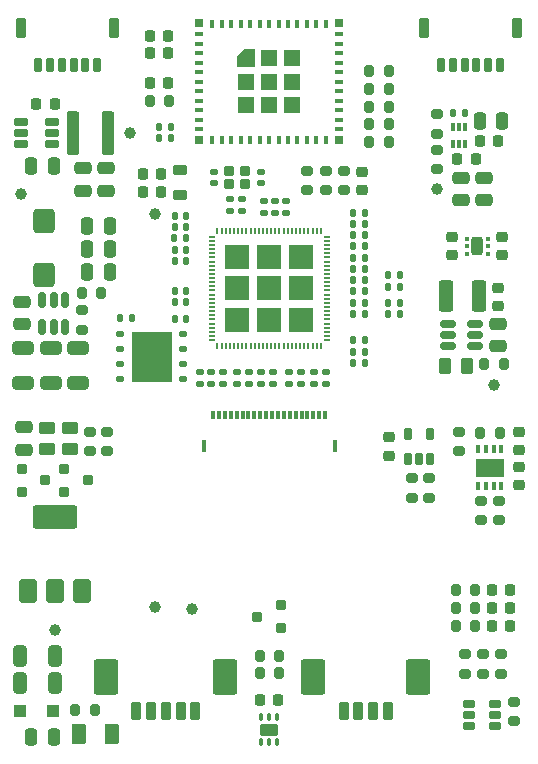
<source format=gbr>
%TF.GenerationSoftware,KiCad,Pcbnew,9.0.6*%
%TF.CreationDate,2026-01-17T11:58:25+01:00*%
%TF.ProjectId,peak,7065616b-2e6b-4696-9361-645f70636258,rev?*%
%TF.SameCoordinates,Original*%
%TF.FileFunction,Soldermask,Top*%
%TF.FilePolarity,Negative*%
%FSLAX46Y46*%
G04 Gerber Fmt 4.6, Leading zero omitted, Abs format (unit mm)*
G04 Created by KiCad (PCBNEW 9.0.6) date 2026-01-17 11:58:25*
%MOMM*%
%LPD*%
G01*
G04 APERTURE LIST*
G04 Aperture macros list*
%AMRoundRect*
0 Rectangle with rounded corners*
0 $1 Rounding radius*
0 $2 $3 $4 $5 $6 $7 $8 $9 X,Y pos of 4 corners*
0 Add a 4 corners polygon primitive as box body*
4,1,4,$2,$3,$4,$5,$6,$7,$8,$9,$2,$3,0*
0 Add four circle primitives for the rounded corners*
1,1,$1+$1,$2,$3*
1,1,$1+$1,$4,$5*
1,1,$1+$1,$6,$7*
1,1,$1+$1,$8,$9*
0 Add four rect primitives between the rounded corners*
20,1,$1+$1,$2,$3,$4,$5,0*
20,1,$1+$1,$4,$5,$6,$7,0*
20,1,$1+$1,$6,$7,$8,$9,0*
20,1,$1+$1,$8,$9,$2,$3,0*%
%AMFreePoly0*
4,1,6,0.725000,-0.725000,-0.725000,-0.725000,-0.725000,0.125000,-0.125000,0.725000,0.725000,0.725000,0.725000,-0.725000,0.725000,-0.725000,$1*%
G04 Aperture macros list end*
%ADD10R,2.100000X2.100000*%
%ADD11O,0.200000X0.650000*%
%ADD12O,0.650000X0.200000*%
%ADD13RoundRect,0.200000X-0.200000X-0.275000X0.200000X-0.275000X0.200000X0.275000X-0.200000X0.275000X0*%
%ADD14RoundRect,0.250000X-0.250000X-0.475000X0.250000X-0.475000X0.250000X0.475000X-0.250000X0.475000X0*%
%ADD15RoundRect,0.225000X-0.225000X-0.250000X0.225000X-0.250000X0.225000X0.250000X-0.225000X0.250000X0*%
%ADD16RoundRect,0.135000X-0.135000X-0.185000X0.135000X-0.185000X0.135000X0.185000X-0.135000X0.185000X0*%
%ADD17RoundRect,0.087500X0.087500X-0.250000X0.087500X0.250000X-0.087500X0.250000X-0.087500X-0.250000X0*%
%ADD18RoundRect,0.135000X0.135000X0.185000X-0.135000X0.185000X-0.135000X-0.185000X0.135000X-0.185000X0*%
%ADD19RoundRect,0.250000X-0.300000X-1.600000X0.300000X-1.600000X0.300000X1.600000X-0.300000X1.600000X0*%
%ADD20RoundRect,0.200000X0.275000X-0.200000X0.275000X0.200000X-0.275000X0.200000X-0.275000X-0.200000X0*%
%ADD21RoundRect,0.135000X0.185000X-0.135000X0.185000X0.135000X-0.185000X0.135000X-0.185000X-0.135000X0*%
%ADD22R,3.400000X4.300000*%
%ADD23RoundRect,0.125000X-0.250000X-0.125000X0.250000X-0.125000X0.250000X0.125000X-0.250000X0.125000X0*%
%ADD24R,0.300000X1.000000*%
%ADD25R,0.300000X0.700000*%
%ADD26RoundRect,0.225000X-0.250000X0.225000X-0.250000X-0.225000X0.250000X-0.225000X0.250000X0.225000X0*%
%ADD27RoundRect,0.250000X0.450000X-0.262500X0.450000X0.262500X-0.450000X0.262500X-0.450000X-0.262500X0*%
%ADD28RoundRect,0.250000X0.650000X-0.750000X0.650000X0.750000X-0.650000X0.750000X-0.650000X-0.750000X0*%
%ADD29C,1.000000*%
%ADD30RoundRect,0.225000X0.225000X0.625000X-0.225000X0.625000X-0.225000X-0.625000X0.225000X-0.625000X0*%
%ADD31RoundRect,0.150000X0.150000X0.475000X-0.150000X0.475000X-0.150000X-0.475000X0.150000X-0.475000X0*%
%ADD32RoundRect,0.140000X-0.140000X-0.170000X0.140000X-0.170000X0.140000X0.170000X-0.140000X0.170000X0*%
%ADD33RoundRect,0.200000X-0.275000X0.200000X-0.275000X-0.200000X0.275000X-0.200000X0.275000X0.200000X0*%
%ADD34RoundRect,0.250000X-0.475000X0.250000X-0.475000X-0.250000X0.475000X-0.250000X0.475000X0.250000X0*%
%ADD35RoundRect,0.140000X0.140000X0.170000X-0.140000X0.170000X-0.140000X-0.170000X0.140000X-0.170000X0*%
%ADD36RoundRect,0.250000X0.325000X0.650000X-0.325000X0.650000X-0.325000X-0.650000X0.325000X-0.650000X0*%
%ADD37RoundRect,0.250000X0.475000X-0.250000X0.475000X0.250000X-0.475000X0.250000X-0.475000X-0.250000X0*%
%ADD38RoundRect,0.162500X-0.367500X-0.162500X0.367500X-0.162500X0.367500X0.162500X-0.367500X0.162500X0*%
%ADD39RoundRect,0.225000X0.225000X0.250000X-0.225000X0.250000X-0.225000X-0.250000X0.225000X-0.250000X0*%
%ADD40RoundRect,0.250000X-0.262500X-0.450000X0.262500X-0.450000X0.262500X0.450000X-0.262500X0.450000X0*%
%ADD41RoundRect,0.200000X-0.250000X-0.200000X0.250000X-0.200000X0.250000X0.200000X-0.250000X0.200000X0*%
%ADD42RoundRect,0.250001X0.799999X1.249999X-0.799999X1.249999X-0.799999X-1.249999X0.799999X-1.249999X0*%
%ADD43RoundRect,0.200000X0.200000X0.600000X-0.200000X0.600000X-0.200000X-0.600000X0.200000X-0.600000X0*%
%ADD44RoundRect,0.162500X0.162500X-0.367500X0.162500X0.367500X-0.162500X0.367500X-0.162500X-0.367500X0*%
%ADD45RoundRect,0.200000X0.200000X0.275000X-0.200000X0.275000X-0.200000X-0.275000X0.200000X-0.275000X0*%
%ADD46RoundRect,0.250000X-0.250000X-0.550000X0.250000X-0.550000X0.250000X0.550000X-0.250000X0.550000X0*%
%ADD47RoundRect,0.093750X-0.093750X-0.106250X0.093750X-0.106250X0.093750X0.106250X-0.093750X0.106250X0*%
%ADD48RoundRect,0.250000X0.375000X0.625000X-0.375000X0.625000X-0.375000X-0.625000X0.375000X-0.625000X0*%
%ADD49RoundRect,0.140000X0.170000X-0.140000X0.170000X0.140000X-0.170000X0.140000X-0.170000X-0.140000X0*%
%ADD50RoundRect,0.250000X-0.375000X-1.075000X0.375000X-1.075000X0.375000X1.075000X-0.375000X1.075000X0*%
%ADD51R,0.700000X0.700000*%
%ADD52R,1.450000X1.450000*%
%ADD53FreePoly0,0.000000*%
%ADD54R,0.400000X0.800000*%
%ADD55R,0.800000X0.400000*%
%ADD56RoundRect,0.140000X-0.170000X0.140000X-0.170000X-0.140000X0.170000X-0.140000X0.170000X0.140000X0*%
%ADD57RoundRect,0.200000X0.250000X0.200000X-0.250000X0.200000X-0.250000X-0.200000X0.250000X-0.200000X0*%
%ADD58RoundRect,0.250000X-0.650000X0.325000X-0.650000X-0.325000X0.650000X-0.325000X0.650000X0.325000X0*%
%ADD59R,2.400000X1.550000*%
%ADD60R,0.350000X0.650000*%
%ADD61RoundRect,0.250000X0.300000X0.300000X-0.300000X0.300000X-0.300000X-0.300000X0.300000X-0.300000X0*%
%ADD62RoundRect,0.218750X-0.381250X0.218750X-0.381250X-0.218750X0.381250X-0.218750X0.381250X0.218750X0*%
%ADD63RoundRect,0.250000X0.250000X0.475000X-0.250000X0.475000X-0.250000X-0.475000X0.250000X-0.475000X0*%
%ADD64RoundRect,0.250000X-0.450000X0.262500X-0.450000X-0.262500X0.450000X-0.262500X0.450000X0.262500X0*%
%ADD65RoundRect,0.162500X-0.447500X-0.162500X0.447500X-0.162500X0.447500X0.162500X-0.447500X0.162500X0*%
%ADD66RoundRect,0.250000X0.500000X-0.750000X0.500000X0.750000X-0.500000X0.750000X-0.500000X-0.750000X0*%
%ADD67RoundRect,0.250000X1.650000X-0.750000X1.650000X0.750000X-1.650000X0.750000X-1.650000X-0.750000X0*%
%ADD68RoundRect,0.225000X0.250000X-0.225000X0.250000X0.225000X-0.250000X0.225000X-0.250000X-0.225000X0*%
%ADD69RoundRect,0.150000X-0.512500X-0.150000X0.512500X-0.150000X0.512500X0.150000X-0.512500X0.150000X0*%
%ADD70RoundRect,0.250000X0.550000X-0.250000X0.550000X0.250000X-0.550000X0.250000X-0.550000X-0.250000X0*%
%ADD71RoundRect,0.087500X0.087500X-0.237500X0.087500X0.237500X-0.087500X0.237500X-0.087500X-0.237500X0*%
%ADD72RoundRect,0.135000X-0.185000X0.135000X-0.185000X-0.135000X0.185000X-0.135000X0.185000X0.135000X0*%
%ADD73RoundRect,0.150000X0.150000X-0.512500X0.150000X0.512500X-0.150000X0.512500X-0.150000X-0.512500X0*%
%ADD74RoundRect,0.218750X-0.218750X-0.256250X0.218750X-0.256250X0.218750X0.256250X-0.218750X0.256250X0*%
G04 APERTURE END LIST*
D10*
%TO.C,U1*%
X211503100Y-93900001D03*
X211503100Y-91200001D03*
X211503100Y-88500001D03*
X208803100Y-93900001D03*
X208803100Y-91200001D03*
X208803100Y-88500001D03*
X206103100Y-93900001D03*
X206103100Y-91200001D03*
X206103100Y-88500001D03*
D11*
X204428100Y-86325001D03*
X204778100Y-86325001D03*
X205128100Y-86325001D03*
X205478100Y-86325001D03*
X205828100Y-86325001D03*
X206178100Y-86325001D03*
X206528100Y-86325001D03*
X206878100Y-86325001D03*
X207228100Y-86325001D03*
X207578100Y-86325001D03*
X207928100Y-86325001D03*
X208278100Y-86325001D03*
X208628100Y-86325001D03*
X208978100Y-86325001D03*
X209328100Y-86325001D03*
X209678100Y-86325001D03*
X210028100Y-86325001D03*
X210378100Y-86325001D03*
X210728100Y-86325001D03*
X211078100Y-86325001D03*
X211428100Y-86325001D03*
X211778100Y-86325001D03*
X212128100Y-86325001D03*
X212478100Y-86325001D03*
X212828100Y-86325001D03*
X213178100Y-86325001D03*
D12*
X213678100Y-86825001D03*
X213678100Y-87175001D03*
X213678100Y-87525001D03*
X213678100Y-87875001D03*
X213678100Y-88225001D03*
X213678100Y-88575001D03*
X213678100Y-88925001D03*
X213678100Y-89275001D03*
X213678100Y-89625001D03*
X213678100Y-89975001D03*
X213678100Y-90325001D03*
X213678100Y-90675001D03*
X213678100Y-91025001D03*
X213678100Y-91375001D03*
X213678100Y-91725001D03*
X213678100Y-92075001D03*
X213678100Y-92425001D03*
X213678100Y-92775001D03*
X213678100Y-93125001D03*
X213678100Y-93475001D03*
X213678100Y-93825001D03*
X213678100Y-94175001D03*
X213678100Y-94525001D03*
X213678100Y-94875001D03*
X213678100Y-95225001D03*
X213678100Y-95575001D03*
D11*
X213178100Y-96075001D03*
X212828100Y-96075001D03*
X212478100Y-96075001D03*
X212128100Y-96075001D03*
X211778100Y-96075001D03*
X211428100Y-96075001D03*
X211078100Y-96075001D03*
X210728100Y-96075001D03*
X210378100Y-96075001D03*
X210028100Y-96075001D03*
X209678100Y-96075001D03*
X209328100Y-96075001D03*
X208978100Y-96075001D03*
X208628100Y-96075001D03*
X208278100Y-96075001D03*
X207928100Y-96075001D03*
X207578100Y-96075001D03*
X207228100Y-96075001D03*
X206878100Y-96075001D03*
X206528100Y-96075001D03*
X206178100Y-96075001D03*
X205828100Y-96075001D03*
X205478100Y-96075001D03*
X205128100Y-96075001D03*
X204778100Y-96075001D03*
X204428100Y-96075001D03*
D12*
X203928100Y-95575001D03*
X203928100Y-95225001D03*
X203928100Y-94875001D03*
X203928100Y-94525001D03*
X203928100Y-94175001D03*
X203928100Y-93825001D03*
X203928100Y-93475001D03*
X203928100Y-93125001D03*
X203928100Y-92775001D03*
X203928100Y-92425001D03*
X203928100Y-92075001D03*
X203928100Y-91725001D03*
X203928100Y-91375001D03*
X203928100Y-91025001D03*
X203928100Y-90675001D03*
X203928100Y-90325001D03*
X203928100Y-89975001D03*
X203928100Y-89625001D03*
X203928100Y-89275001D03*
X203928100Y-88925001D03*
X203928100Y-88575001D03*
X203928100Y-88225001D03*
X203928100Y-87875001D03*
X203928100Y-87525001D03*
X203928100Y-87175001D03*
X203928100Y-86825001D03*
%TD*%
D13*
%TO.C,R605*%
X228343100Y-103440001D03*
X226693100Y-103440001D03*
%TD*%
D14*
%TO.C,C208*%
X190553100Y-80800001D03*
X188653100Y-80800001D03*
%TD*%
D15*
%TO.C,C213*%
X228178100Y-78750001D03*
X226628100Y-78750001D03*
%TD*%
D13*
%TO.C,R703*%
X218928100Y-74300001D03*
X217278100Y-74300001D03*
%TD*%
D16*
%TO.C,R16*%
X219853100Y-93400001D03*
X218833100Y-93400001D03*
%TD*%
D17*
%TO.C,U203*%
X224353100Y-77550001D03*
X224853100Y-77550001D03*
X225353100Y-77550001D03*
X225353100Y-78975001D03*
X224853100Y-78975001D03*
X224353100Y-78975001D03*
%TD*%
D13*
%TO.C,R701*%
X218928100Y-77300001D03*
X217278100Y-77300001D03*
%TD*%
D18*
%TO.C,R3*%
X196143100Y-93700001D03*
X197163100Y-93700001D03*
%TD*%
D19*
%TO.C,L202*%
X195178100Y-78025001D03*
X192178100Y-78025001D03*
%TD*%
D20*
%TO.C,R308*%
X229503100Y-126175001D03*
X229503100Y-127825001D03*
%TD*%
D21*
%TO.C,R7*%
X208103100Y-98280001D03*
X208103100Y-99300001D03*
%TD*%
D22*
%TO.C,U2*%
X198853100Y-96995001D03*
D23*
X201553100Y-95090001D03*
X201553100Y-96360001D03*
X201553100Y-97630001D03*
X201553100Y-98900001D03*
X196153100Y-98900001D03*
X196153100Y-97630001D03*
X196153100Y-96360001D03*
X196153100Y-95090001D03*
%TD*%
D18*
%TO.C,R18*%
X215913100Y-96550001D03*
X216933100Y-96550001D03*
%TD*%
D24*
%TO.C,J1*%
X214343100Y-104550000D03*
X203263100Y-104550000D03*
D25*
X213553100Y-101900000D03*
X213053100Y-101900000D03*
X212553100Y-101900000D03*
X212053100Y-101900000D03*
X211553100Y-101900000D03*
X211053100Y-101900000D03*
X210553100Y-101900000D03*
X210053100Y-101900000D03*
X209553100Y-101900000D03*
X209053100Y-101900000D03*
X208553100Y-101900000D03*
X208053100Y-101900000D03*
X207553100Y-101900000D03*
X207053100Y-101900000D03*
X206553100Y-101900000D03*
X206053100Y-101900000D03*
X205553100Y-101900000D03*
X205053100Y-101900000D03*
X204553100Y-101900000D03*
X204053100Y-101900000D03*
%TD*%
D13*
%TO.C,R601*%
X226253100Y-119750001D03*
X224603100Y-119750001D03*
%TD*%
D26*
%TO.C,C219*%
X224328100Y-88365001D03*
X224328100Y-86815001D03*
%TD*%
D27*
%TO.C,R609*%
X190003100Y-102987501D03*
X190003100Y-104812501D03*
%TD*%
D28*
%TO.C,L201*%
X189753100Y-85525001D03*
X189753100Y-90025001D03*
%TD*%
D29*
%TO.C,TP302*%
X202273100Y-118340001D03*
%TD*%
D30*
%TO.C,J4*%
X221903100Y-69175001D03*
X229803100Y-69175001D03*
D31*
X223353100Y-72300001D03*
X224353100Y-72300001D03*
X225353100Y-72300001D03*
X226353100Y-72300001D03*
X227353100Y-72300001D03*
X228353100Y-72300001D03*
%TD*%
D16*
%TO.C,R14*%
X201783100Y-86950001D03*
X200763100Y-86950001D03*
%TD*%
D32*
%TO.C,C17*%
X216883100Y-89550001D03*
X215923100Y-89550001D03*
%TD*%
D21*
%TO.C,R9*%
X210503100Y-98280001D03*
X210503100Y-99300001D03*
%TD*%
D33*
%TO.C,R301*%
X220863100Y-108910001D03*
X220863100Y-107260001D03*
%TD*%
D34*
%TO.C,C210*%
X193028100Y-82925001D03*
X193028100Y-81025001D03*
%TD*%
D35*
%TO.C,C6*%
X200793100Y-88900001D03*
X201753100Y-88900001D03*
%TD*%
%TO.C,C13*%
X200793100Y-92350001D03*
X201753100Y-92350001D03*
%TD*%
%TO.C,C4*%
X200793100Y-86000001D03*
X201753100Y-86000001D03*
%TD*%
D32*
%TO.C,C9*%
X216883100Y-86700001D03*
X215923100Y-86700001D03*
%TD*%
D13*
%TO.C,R602*%
X226253100Y-116750001D03*
X224603100Y-116750001D03*
%TD*%
D29*
%TO.C,TP202*%
X197063100Y-78050001D03*
%TD*%
D20*
%TO.C,R708*%
X212003100Y-81255001D03*
X212003100Y-82905001D03*
%TD*%
D36*
%TO.C,C303*%
X187728100Y-122300001D03*
X190678100Y-122300001D03*
%TD*%
D37*
%TO.C,C607*%
X188053100Y-102950001D03*
X188053100Y-104850001D03*
%TD*%
D38*
%TO.C,D302*%
X227953100Y-126350001D03*
X227953100Y-127300001D03*
X227953100Y-128250001D03*
X225753100Y-128250001D03*
X225753100Y-127300001D03*
X225753100Y-126350001D03*
%TD*%
D39*
%TO.C,C701*%
X198728100Y-73800001D03*
X200278100Y-73800001D03*
%TD*%
D21*
%TO.C,R6*%
X207103100Y-98280001D03*
X207103100Y-99300001D03*
%TD*%
D32*
%TO.C,C10*%
X216883100Y-92400001D03*
X215923100Y-92400001D03*
%TD*%
D33*
%TO.C,R302*%
X222363100Y-108910001D03*
X222363100Y-107260001D03*
%TD*%
D18*
%TO.C,R13*%
X218833100Y-91100001D03*
X219853100Y-91100001D03*
%TD*%
D33*
%TO.C,R303*%
X226773100Y-110840001D03*
X226773100Y-109190001D03*
%TD*%
D13*
%TO.C,R704*%
X218928100Y-72800001D03*
X217278100Y-72800001D03*
%TD*%
D15*
%TO.C,C603*%
X229203100Y-118250001D03*
X227653100Y-118250001D03*
%TD*%
D26*
%TO.C,C608*%
X216628100Y-82855001D03*
X216628100Y-81305001D03*
%TD*%
D40*
%TO.C,R502*%
X225553100Y-97775001D03*
X223728100Y-97775001D03*
%TD*%
D41*
%TO.C,Q601*%
X193453100Y-107450001D03*
X191453100Y-108400001D03*
X191453100Y-106500001D03*
%TD*%
D32*
%TO.C,C22*%
X216883100Y-87650001D03*
X215923100Y-87650001D03*
%TD*%
D20*
%TO.C,R206*%
X223003100Y-76475001D03*
X223003100Y-78125001D03*
%TD*%
D42*
%TO.C,J2*%
X195003100Y-124100001D03*
X205103100Y-124100001D03*
D43*
X197553100Y-127000001D03*
X198803100Y-127000001D03*
X200053100Y-127000001D03*
X201303100Y-127000001D03*
X202553100Y-127000001D03*
%TD*%
D15*
%TO.C,C602*%
X229203100Y-116750001D03*
X227653100Y-116750001D03*
%TD*%
D44*
%TO.C,U602*%
X220563100Y-103485001D03*
X222463100Y-103485001D03*
X222463100Y-105685001D03*
X221513100Y-105685001D03*
X220563100Y-105685001D03*
%TD*%
D41*
%TO.C,DZ601*%
X189853100Y-107450001D03*
X187853100Y-108400001D03*
X187853100Y-106500001D03*
%TD*%
D45*
%TO.C,R611*%
X207998100Y-122300001D03*
X209648100Y-122300001D03*
%TD*%
D33*
%TO.C,R307*%
X228403100Y-123825001D03*
X228403100Y-122175001D03*
%TD*%
D46*
%TO.C,U204*%
X226440600Y-87635001D03*
D47*
X227328100Y-86985001D03*
X227328100Y-87635001D03*
X227328100Y-88285001D03*
X225553100Y-88285001D03*
X225553100Y-87635001D03*
X225553100Y-86985001D03*
%TD*%
D29*
%TO.C,TP204*%
X199153100Y-84870001D03*
%TD*%
D26*
%TO.C,C503*%
X228203100Y-92700001D03*
X228203100Y-91150001D03*
%TD*%
D48*
%TO.C,F301*%
X192703100Y-128950001D03*
X195503100Y-128950001D03*
%TD*%
D49*
%TO.C,C12*%
X208353100Y-83820001D03*
X208353100Y-84780001D03*
%TD*%
D32*
%TO.C,C14*%
X216883100Y-85750001D03*
X215923100Y-85750001D03*
%TD*%
D50*
%TO.C,L501*%
X226553100Y-91825001D03*
X223753100Y-91825001D03*
%TD*%
D13*
%TO.C,R702*%
X218928100Y-75800001D03*
X217278100Y-75800001D03*
%TD*%
D33*
%TO.C,R706*%
X213603100Y-82905001D03*
X213603100Y-81255001D03*
%TD*%
D16*
%TO.C,R15*%
X219853100Y-92400001D03*
X218833100Y-92400001D03*
%TD*%
D49*
%TO.C,C501*%
X202953100Y-98310001D03*
X202953100Y-99270001D03*
%TD*%
D29*
%TO.C,TP201*%
X187803100Y-83200001D03*
%TD*%
D41*
%TO.C,X1*%
X205403100Y-81270001D03*
X206803100Y-81270001D03*
X206803100Y-82370001D03*
X205403100Y-82370001D03*
%TD*%
D16*
%TO.C,R204*%
X225363100Y-76350001D03*
X224343100Y-76350001D03*
%TD*%
D51*
%TO.C,U3*%
X202853100Y-68750001D03*
X202853100Y-78650001D03*
X214753100Y-78650001D03*
X214753100Y-68750001D03*
D52*
X210778100Y-75675001D03*
X210778100Y-73700001D03*
X210778100Y-71725001D03*
X208803100Y-75675001D03*
X208803100Y-73700001D03*
X208803100Y-71725001D03*
X206828100Y-75675001D03*
X206828100Y-73700001D03*
D53*
X206828100Y-71725001D03*
D54*
X204003100Y-68800001D03*
X204803100Y-68800001D03*
X205603100Y-68800001D03*
X206403100Y-68800001D03*
X207203100Y-68800001D03*
X208003100Y-68800001D03*
X208803100Y-68800001D03*
X209603100Y-68800001D03*
X210403100Y-68800001D03*
X211203100Y-68800001D03*
X212003100Y-68800001D03*
X212803100Y-68800001D03*
X213603100Y-68800001D03*
D55*
X214703100Y-69700001D03*
X214703100Y-70500001D03*
X214703100Y-71300001D03*
X214703100Y-72100001D03*
X214703100Y-72900001D03*
X214703100Y-73700001D03*
X214703100Y-74500001D03*
X214703100Y-75300001D03*
X214703100Y-76100001D03*
X214703100Y-76900001D03*
X214703100Y-77700001D03*
D54*
X213603100Y-78600001D03*
X212803100Y-78600001D03*
X212003100Y-78600001D03*
X211203100Y-78600001D03*
X210403100Y-78600001D03*
X209603100Y-78600001D03*
X208803100Y-78600001D03*
X208003100Y-78600001D03*
X207203100Y-78600001D03*
X206403100Y-78600001D03*
X205603100Y-78600001D03*
X204803100Y-78600001D03*
X204003100Y-78600001D03*
D55*
X202903100Y-77700001D03*
X202903100Y-76900001D03*
X202903100Y-76100001D03*
X202903100Y-75300001D03*
X202903100Y-74500001D03*
X202903100Y-73700001D03*
X202903100Y-72900001D03*
X202903100Y-72100001D03*
X202903100Y-71300001D03*
X202903100Y-70500001D03*
X202903100Y-69700001D03*
%TD*%
D33*
%TO.C,R304*%
X228283100Y-110840001D03*
X228283100Y-109190001D03*
%TD*%
D32*
%TO.C,C16*%
X216903100Y-97500001D03*
X215943100Y-97500001D03*
%TD*%
D56*
%TO.C,C23*%
X212603100Y-99270001D03*
X212603100Y-98310001D03*
%TD*%
D16*
%TO.C,R710*%
X200503100Y-78500001D03*
X199483100Y-78500001D03*
%TD*%
D35*
%TO.C,C5*%
X200793100Y-85050001D03*
X201753100Y-85050001D03*
%TD*%
D42*
%TO.C,J3*%
X212553100Y-124100001D03*
X221403100Y-124100001D03*
D43*
X215103100Y-127000001D03*
X216353100Y-127000001D03*
X217603100Y-127000001D03*
X218853100Y-127000001D03*
%TD*%
D21*
%TO.C,R1*%
X205503100Y-83590001D03*
X205503100Y-84610001D03*
%TD*%
D57*
%TO.C,D303*%
X207783100Y-118980001D03*
X209783100Y-118030001D03*
X209783100Y-119930001D03*
%TD*%
D32*
%TO.C,C18*%
X216883100Y-91450001D03*
X215923100Y-91450001D03*
%TD*%
D34*
%TO.C,C204*%
X187853100Y-94225001D03*
X187853100Y-92325001D03*
%TD*%
D58*
%TO.C,C203*%
X188003100Y-99200001D03*
X188003100Y-96250001D03*
%TD*%
D59*
%TO.C,U601*%
X227498100Y-106365001D03*
D60*
X226523100Y-104815001D03*
X227173100Y-104815001D03*
X227823100Y-104815001D03*
X228473100Y-104815001D03*
X228473100Y-107915001D03*
X227823100Y-107915001D03*
X227173100Y-107915001D03*
X226523100Y-107915001D03*
%TD*%
D37*
%TO.C,C504*%
X228203100Y-94175001D03*
X228203100Y-96075001D03*
%TD*%
D13*
%TO.C,R707*%
X200328100Y-75300001D03*
X198678100Y-75300001D03*
%TD*%
D36*
%TO.C,C302*%
X187728100Y-124600001D03*
X190678100Y-124600001D03*
%TD*%
D61*
%TO.C,D301*%
X187703100Y-126950001D03*
X190503100Y-126950001D03*
%TD*%
D62*
%TO.C,FB201*%
X201253100Y-83300001D03*
X201253100Y-81175001D03*
%TD*%
D21*
%TO.C,R5*%
X206103100Y-98280001D03*
X206103100Y-99300001D03*
%TD*%
D45*
%TO.C,R201*%
X192928100Y-91625001D03*
X194578100Y-91625001D03*
%TD*%
D63*
%TO.C,C301*%
X188653100Y-129200001D03*
X190553100Y-129200001D03*
%TD*%
D13*
%TO.C,R705*%
X218928100Y-78800001D03*
X217278100Y-78800001D03*
%TD*%
D39*
%TO.C,C610*%
X198728100Y-69800001D03*
X200278100Y-69800001D03*
%TD*%
D14*
%TO.C,C206*%
X195303100Y-87890001D03*
X193403100Y-87890001D03*
%TD*%
D58*
%TO.C,C202*%
X190303100Y-99200001D03*
X190303100Y-96250001D03*
%TD*%
D14*
%TO.C,C205*%
X195303100Y-85900001D03*
X193403100Y-85900001D03*
%TD*%
D33*
%TO.C,R305*%
X225403100Y-123825001D03*
X225403100Y-122175001D03*
%TD*%
D49*
%TO.C,C502*%
X203903100Y-98310001D03*
X203903100Y-99270001D03*
%TD*%
D34*
%TO.C,C211*%
X195028100Y-82925001D03*
X195028100Y-81025001D03*
%TD*%
D56*
%TO.C,C2*%
X208103100Y-82300001D03*
X208103100Y-81340001D03*
%TD*%
D21*
%TO.C,R8*%
X209103100Y-98280001D03*
X209103100Y-99300001D03*
%TD*%
%TO.C,R10*%
X211503100Y-98280001D03*
X211503100Y-99300001D03*
%TD*%
D32*
%TO.C,C20*%
X216883100Y-90500001D03*
X215923100Y-90500001D03*
%TD*%
D26*
%TO.C,C606*%
X218963100Y-105360001D03*
X218963100Y-103810001D03*
%TD*%
D35*
%TO.C,C24*%
X200793100Y-87950001D03*
X201753100Y-87950001D03*
%TD*%
D64*
%TO.C,R608*%
X191903100Y-104812501D03*
X191903100Y-102987501D03*
%TD*%
D65*
%TO.C,U202*%
X190398100Y-77075001D03*
X190398100Y-78025001D03*
X190398100Y-78975001D03*
X187778100Y-78975001D03*
X187778100Y-78025001D03*
X187778100Y-77075001D03*
%TD*%
D35*
%TO.C,C7*%
X200793100Y-91400001D03*
X201753100Y-91400001D03*
%TD*%
D49*
%TO.C,C15*%
X209303100Y-83820001D03*
X209303100Y-84780001D03*
%TD*%
D66*
%TO.C,Q602*%
X192953100Y-116850001D03*
D67*
X190653100Y-110550001D03*
D66*
X190653100Y-116850001D03*
X188353100Y-116850001D03*
%TD*%
D33*
%TO.C,R306*%
X226903100Y-123825001D03*
X226903100Y-122175001D03*
%TD*%
D16*
%TO.C,R709*%
X200503100Y-77500001D03*
X199483100Y-77500001D03*
%TD*%
D32*
%TO.C,C8*%
X216883100Y-84800001D03*
X215923100Y-84800001D03*
%TD*%
D29*
%TO.C,TP203*%
X222978100Y-82800001D03*
%TD*%
D58*
%TO.C,C201*%
X192603100Y-99200001D03*
X192603100Y-96250001D03*
%TD*%
D29*
%TO.C,TP301*%
X199113100Y-118170001D03*
%TD*%
%TO.C,TP501*%
X227803100Y-99365001D03*
%TD*%
D49*
%TO.C,C1*%
X204103100Y-81340001D03*
X204103100Y-82300001D03*
%TD*%
D39*
%TO.C,C702*%
X198728100Y-71300001D03*
X200278100Y-71300001D03*
%TD*%
D68*
%TO.C,C605*%
X229993100Y-106315001D03*
X229993100Y-107865001D03*
%TD*%
D33*
%TO.C,R604*%
X224893100Y-104965001D03*
X224893100Y-103315001D03*
%TD*%
D69*
%TO.C,U501*%
X226260600Y-94180001D03*
X226260600Y-95130001D03*
X226260600Y-96080001D03*
X223985600Y-96080001D03*
X223985600Y-95130001D03*
X223985600Y-94180001D03*
%TD*%
D70*
%TO.C,U603*%
X208803100Y-128550001D03*
D71*
X208153100Y-127500001D03*
X208803100Y-127500001D03*
X209453100Y-127500001D03*
X209453100Y-129600001D03*
X208803100Y-129600001D03*
X208153100Y-129600001D03*
%TD*%
D72*
%TO.C,R11*%
X213603100Y-99290001D03*
X213603100Y-98270001D03*
%TD*%
D15*
%TO.C,C601*%
X229203100Y-119750001D03*
X227653100Y-119750001D03*
%TD*%
D26*
%TO.C,C218*%
X228528100Y-88400001D03*
X228528100Y-86850001D03*
%TD*%
D29*
%TO.C,TP303*%
X190683100Y-120150001D03*
%TD*%
D20*
%TO.C,R205*%
X223003100Y-79475001D03*
X223003100Y-81125001D03*
%TD*%
D49*
%TO.C,C11*%
X210253100Y-83820001D03*
X210253100Y-84780001D03*
%TD*%
D39*
%TO.C,C216*%
X198128100Y-81537501D03*
X199678100Y-81537501D03*
%TD*%
D15*
%TO.C,C609*%
X209553100Y-126050001D03*
X208003100Y-126050001D03*
%TD*%
D33*
%TO.C,R606*%
X195103100Y-104975001D03*
X195103100Y-103325001D03*
%TD*%
D13*
%TO.C,R610*%
X209648100Y-123790001D03*
X207998100Y-123790001D03*
%TD*%
%TO.C,R603*%
X226253100Y-118250001D03*
X224603100Y-118250001D03*
%TD*%
D35*
%TO.C,C3*%
X200793100Y-93750001D03*
X201753100Y-93750001D03*
%TD*%
D33*
%TO.C,R612*%
X215128100Y-82905001D03*
X215128100Y-81255001D03*
%TD*%
D34*
%TO.C,C215*%
X225015600Y-83750001D03*
X225015600Y-81850001D03*
%TD*%
D39*
%TO.C,C217*%
X198128100Y-83037501D03*
X199678100Y-83037501D03*
%TD*%
D33*
%TO.C,R202*%
X193003100Y-94700001D03*
X193003100Y-93050001D03*
%TD*%
D18*
%TO.C,R12*%
X218833100Y-90100001D03*
X219853100Y-90100001D03*
%TD*%
D30*
%TO.C,J5*%
X187803100Y-69150001D03*
X195703100Y-69150001D03*
D31*
X189253100Y-72275001D03*
X190253100Y-72275001D03*
X191253100Y-72275001D03*
X192253100Y-72275001D03*
X193253100Y-72275001D03*
X194253100Y-72275001D03*
%TD*%
D13*
%TO.C,R203*%
X194028100Y-126900001D03*
X192378100Y-126900001D03*
%TD*%
D72*
%TO.C,R4*%
X204903100Y-99300001D03*
X204903100Y-98280001D03*
%TD*%
D14*
%TO.C,C207*%
X195303100Y-89850001D03*
X193403100Y-89850001D03*
%TD*%
D72*
%TO.C,R2*%
X206503100Y-84610001D03*
X206503100Y-83590001D03*
%TD*%
D73*
%TO.C,U201*%
X189603100Y-92200001D03*
X190553100Y-92200001D03*
X191503100Y-92200001D03*
X191503100Y-94475001D03*
X190553100Y-94475001D03*
X189603100Y-94475001D03*
%TD*%
D74*
%TO.C,L203*%
X226290600Y-80250001D03*
X224715600Y-80250001D03*
%TD*%
D15*
%TO.C,C209*%
X190653100Y-75575001D03*
X189103100Y-75575001D03*
%TD*%
D34*
%TO.C,C214*%
X227003100Y-83750001D03*
X227003100Y-81850001D03*
%TD*%
D14*
%TO.C,C212*%
X228553100Y-77000001D03*
X226653100Y-77000001D03*
%TD*%
D13*
%TO.C,R501*%
X228653100Y-97575001D03*
X227003100Y-97575001D03*
%TD*%
D32*
%TO.C,C19*%
X216883100Y-93350001D03*
X215923100Y-93350001D03*
%TD*%
D26*
%TO.C,C604*%
X229993100Y-104865001D03*
X229993100Y-103315001D03*
%TD*%
D32*
%TO.C,C21*%
X216883100Y-88600001D03*
X215923100Y-88600001D03*
%TD*%
D18*
%TO.C,R17*%
X215913100Y-95550001D03*
X216933100Y-95550001D03*
%TD*%
D20*
%TO.C,R607*%
X193603100Y-103325001D03*
X193603100Y-104975001D03*
%TD*%
M02*

</source>
